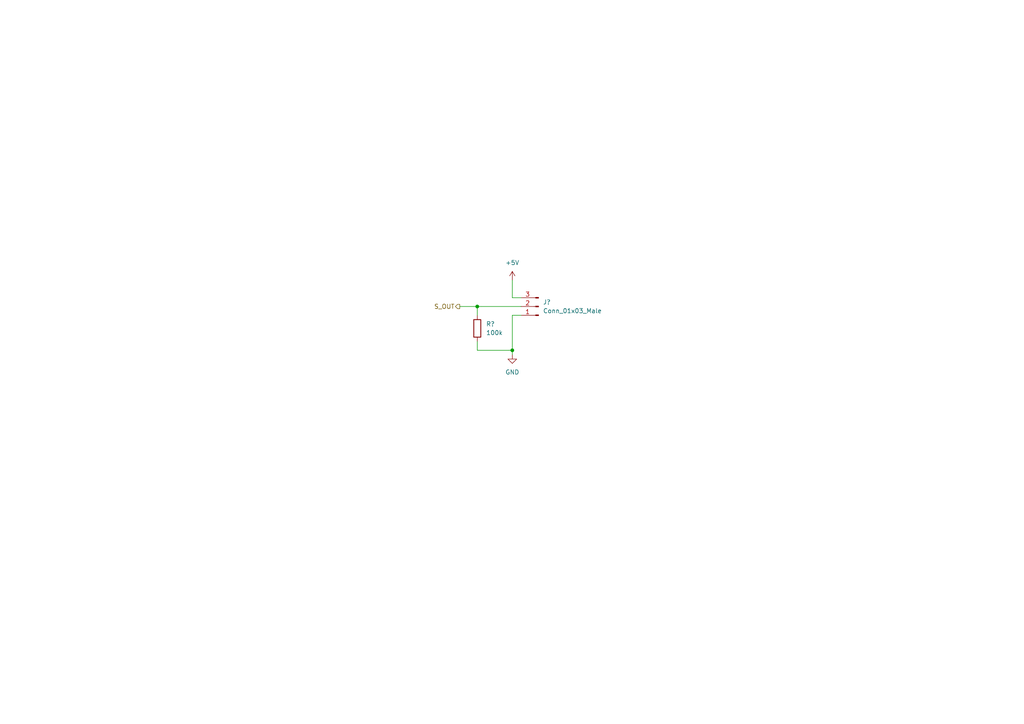
<source format=kicad_sch>
(kicad_sch (version 20211123) (generator eeschema)

  (uuid 3c09b8de-30ff-471c-9c06-d20185dc4957)

  (paper "A4")

  (lib_symbols
    (symbol "Connector:Conn_01x03_Male" (pin_names (offset 1.016) hide) (in_bom yes) (on_board yes)
      (property "Reference" "J" (id 0) (at 0 5.08 0)
        (effects (font (size 1.27 1.27)))
      )
      (property "Value" "Conn_01x03_Male" (id 1) (at 0 -5.08 0)
        (effects (font (size 1.27 1.27)))
      )
      (property "Footprint" "" (id 2) (at 0 0 0)
        (effects (font (size 1.27 1.27)) hide)
      )
      (property "Datasheet" "~" (id 3) (at 0 0 0)
        (effects (font (size 1.27 1.27)) hide)
      )
      (property "ki_keywords" "connector" (id 4) (at 0 0 0)
        (effects (font (size 1.27 1.27)) hide)
      )
      (property "ki_description" "Generic connector, single row, 01x03, script generated (kicad-library-utils/schlib/autogen/connector/)" (id 5) (at 0 0 0)
        (effects (font (size 1.27 1.27)) hide)
      )
      (property "ki_fp_filters" "Connector*:*_1x??_*" (id 6) (at 0 0 0)
        (effects (font (size 1.27 1.27)) hide)
      )
      (symbol "Conn_01x03_Male_1_1"
        (polyline
          (pts
            (xy 1.27 -2.54)
            (xy 0.8636 -2.54)
          )
          (stroke (width 0.1524) (type default) (color 0 0 0 0))
          (fill (type none))
        )
        (polyline
          (pts
            (xy 1.27 0)
            (xy 0.8636 0)
          )
          (stroke (width 0.1524) (type default) (color 0 0 0 0))
          (fill (type none))
        )
        (polyline
          (pts
            (xy 1.27 2.54)
            (xy 0.8636 2.54)
          )
          (stroke (width 0.1524) (type default) (color 0 0 0 0))
          (fill (type none))
        )
        (rectangle (start 0.8636 -2.413) (end 0 -2.667)
          (stroke (width 0.1524) (type default) (color 0 0 0 0))
          (fill (type outline))
        )
        (rectangle (start 0.8636 0.127) (end 0 -0.127)
          (stroke (width 0.1524) (type default) (color 0 0 0 0))
          (fill (type outline))
        )
        (rectangle (start 0.8636 2.667) (end 0 2.413)
          (stroke (width 0.1524) (type default) (color 0 0 0 0))
          (fill (type outline))
        )
        (pin passive line (at 5.08 2.54 180) (length 3.81)
          (name "Pin_1" (effects (font (size 1.27 1.27))))
          (number "1" (effects (font (size 1.27 1.27))))
        )
        (pin passive line (at 5.08 0 180) (length 3.81)
          (name "Pin_2" (effects (font (size 1.27 1.27))))
          (number "2" (effects (font (size 1.27 1.27))))
        )
        (pin passive line (at 5.08 -2.54 180) (length 3.81)
          (name "Pin_3" (effects (font (size 1.27 1.27))))
          (number "3" (effects (font (size 1.27 1.27))))
        )
      )
    )
    (symbol "Device:R" (pin_numbers hide) (pin_names (offset 0)) (in_bom yes) (on_board yes)
      (property "Reference" "R" (id 0) (at 2.032 0 90)
        (effects (font (size 1.27 1.27)))
      )
      (property "Value" "R" (id 1) (at 0 0 90)
        (effects (font (size 1.27 1.27)))
      )
      (property "Footprint" "" (id 2) (at -1.778 0 90)
        (effects (font (size 1.27 1.27)) hide)
      )
      (property "Datasheet" "~" (id 3) (at 0 0 0)
        (effects (font (size 1.27 1.27)) hide)
      )
      (property "ki_keywords" "R res resistor" (id 4) (at 0 0 0)
        (effects (font (size 1.27 1.27)) hide)
      )
      (property "ki_description" "Resistor" (id 5) (at 0 0 0)
        (effects (font (size 1.27 1.27)) hide)
      )
      (property "ki_fp_filters" "R_*" (id 6) (at 0 0 0)
        (effects (font (size 1.27 1.27)) hide)
      )
      (symbol "R_0_1"
        (rectangle (start -1.016 -2.54) (end 1.016 2.54)
          (stroke (width 0.254) (type default) (color 0 0 0 0))
          (fill (type none))
        )
      )
      (symbol "R_1_1"
        (pin passive line (at 0 3.81 270) (length 1.27)
          (name "~" (effects (font (size 1.27 1.27))))
          (number "1" (effects (font (size 1.27 1.27))))
        )
        (pin passive line (at 0 -3.81 90) (length 1.27)
          (name "~" (effects (font (size 1.27 1.27))))
          (number "2" (effects (font (size 1.27 1.27))))
        )
      )
    )
    (symbol "power:+5V" (power) (pin_names (offset 0)) (in_bom yes) (on_board yes)
      (property "Reference" "#PWR" (id 0) (at 0 -3.81 0)
        (effects (font (size 1.27 1.27)) hide)
      )
      (property "Value" "+5V" (id 1) (at 0 3.556 0)
        (effects (font (size 1.27 1.27)))
      )
      (property "Footprint" "" (id 2) (at 0 0 0)
        (effects (font (size 1.27 1.27)) hide)
      )
      (property "Datasheet" "" (id 3) (at 0 0 0)
        (effects (font (size 1.27 1.27)) hide)
      )
      (property "ki_keywords" "power-flag" (id 4) (at 0 0 0)
        (effects (font (size 1.27 1.27)) hide)
      )
      (property "ki_description" "Power symbol creates a global label with name \"+5V\"" (id 5) (at 0 0 0)
        (effects (font (size 1.27 1.27)) hide)
      )
      (symbol "+5V_0_1"
        (polyline
          (pts
            (xy -0.762 1.27)
            (xy 0 2.54)
          )
          (stroke (width 0) (type default) (color 0 0 0 0))
          (fill (type none))
        )
        (polyline
          (pts
            (xy 0 0)
            (xy 0 2.54)
          )
          (stroke (width 0) (type default) (color 0 0 0 0))
          (fill (type none))
        )
        (polyline
          (pts
            (xy 0 2.54)
            (xy 0.762 1.27)
          )
          (stroke (width 0) (type default) (color 0 0 0 0))
          (fill (type none))
        )
      )
      (symbol "+5V_1_1"
        (pin power_in line (at 0 0 90) (length 0) hide
          (name "+5V" (effects (font (size 1.27 1.27))))
          (number "1" (effects (font (size 1.27 1.27))))
        )
      )
    )
    (symbol "power:GND" (power) (pin_names (offset 0)) (in_bom yes) (on_board yes)
      (property "Reference" "#PWR" (id 0) (at 0 -6.35 0)
        (effects (font (size 1.27 1.27)) hide)
      )
      (property "Value" "GND" (id 1) (at 0 -3.81 0)
        (effects (font (size 1.27 1.27)))
      )
      (property "Footprint" "" (id 2) (at 0 0 0)
        (effects (font (size 1.27 1.27)) hide)
      )
      (property "Datasheet" "" (id 3) (at 0 0 0)
        (effects (font (size 1.27 1.27)) hide)
      )
      (property "ki_keywords" "power-flag" (id 4) (at 0 0 0)
        (effects (font (size 1.27 1.27)) hide)
      )
      (property "ki_description" "Power symbol creates a global label with name \"GND\" , ground" (id 5) (at 0 0 0)
        (effects (font (size 1.27 1.27)) hide)
      )
      (symbol "GND_0_1"
        (polyline
          (pts
            (xy 0 0)
            (xy 0 -1.27)
            (xy 1.27 -1.27)
            (xy 0 -2.54)
            (xy -1.27 -1.27)
            (xy 0 -1.27)
          )
          (stroke (width 0) (type default) (color 0 0 0 0))
          (fill (type none))
        )
      )
      (symbol "GND_1_1"
        (pin power_in line (at 0 0 270) (length 0) hide
          (name "GND" (effects (font (size 1.27 1.27))))
          (number "1" (effects (font (size 1.27 1.27))))
        )
      )
    )
  )

  (junction (at 138.43 88.9) (diameter 0) (color 0 0 0 0)
    (uuid 31cfa003-7c3d-455e-b2a6-dc425086b718)
  )
  (junction (at 148.59 101.6) (diameter 0) (color 0 0 0 0)
    (uuid 80a42214-4166-4489-b7e6-aea8f9beded8)
  )

  (wire (pts (xy 151.13 91.44) (xy 148.59 91.44))
    (stroke (width 0) (type default) (color 0 0 0 0))
    (uuid 34d030fe-ddc8-4412-bb9e-bb4f0fe473fb)
  )
  (wire (pts (xy 138.43 99.06) (xy 138.43 101.6))
    (stroke (width 0) (type default) (color 0 0 0 0))
    (uuid 3d5f440a-a508-4366-b834-0412f949dcb2)
  )
  (wire (pts (xy 148.59 101.6) (xy 148.59 102.87))
    (stroke (width 0) (type default) (color 0 0 0 0))
    (uuid 6fd73835-a6ee-4c27-b926-fcd8b1b6843f)
  )
  (wire (pts (xy 133.35 88.9) (xy 138.43 88.9))
    (stroke (width 0) (type default) (color 0 0 0 0))
    (uuid 8384b77c-5c1e-430b-aa16-ba28f03b80dd)
  )
  (wire (pts (xy 138.43 88.9) (xy 151.13 88.9))
    (stroke (width 0) (type default) (color 0 0 0 0))
    (uuid 8ed0a46b-590c-46d9-9e8d-f8422bedd0c3)
  )
  (wire (pts (xy 148.59 81.28) (xy 148.59 86.36))
    (stroke (width 0) (type default) (color 0 0 0 0))
    (uuid a71b9004-02b3-4062-8e21-1acd79e79997)
  )
  (wire (pts (xy 148.59 91.44) (xy 148.59 101.6))
    (stroke (width 0) (type default) (color 0 0 0 0))
    (uuid c225bcf7-fdac-46bd-ac2d-9a0f964e4475)
  )
  (wire (pts (xy 148.59 86.36) (xy 151.13 86.36))
    (stroke (width 0) (type default) (color 0 0 0 0))
    (uuid d7cd5404-b240-42a1-a22b-570ff2ef89cb)
  )
  (wire (pts (xy 138.43 101.6) (xy 148.59 101.6))
    (stroke (width 0) (type default) (color 0 0 0 0))
    (uuid f81d0437-0009-4107-9cad-9538ccf2e581)
  )
  (wire (pts (xy 138.43 88.9) (xy 138.43 91.44))
    (stroke (width 0) (type default) (color 0 0 0 0))
    (uuid fe2c3538-298b-4017-9ad7-8581d8365a7c)
  )

  (hierarchical_label "S_OUT" (shape output) (at 133.35 88.9 180)
    (effects (font (size 1.27 1.27)) (justify right))
    (uuid 4c629791-c8c2-44c0-af0e-bf2c1ab54d77)
  )

  (symbol (lib_id "Device:R") (at 138.43 95.25 0) (unit 1)
    (in_bom yes) (on_board yes) (fields_autoplaced)
    (uuid 483a6339-023f-4380-b088-f4c15b1dfb16)
    (property "Reference" "R?" (id 0) (at 140.97 93.9799 0)
      (effects (font (size 1.27 1.27)) (justify left))
    )
    (property "Value" "100k" (id 1) (at 140.97 96.5199 0)
      (effects (font (size 1.27 1.27)) (justify left))
    )
    (property "Footprint" "Resistor_SMD:R_0805_2012Metric" (id 2) (at 136.652 95.25 90)
      (effects (font (size 1.27 1.27)) hide)
    )
    (property "Datasheet" "~" (id 3) (at 138.43 95.25 0)
      (effects (font (size 1.27 1.27)) hide)
    )
    (pin "1" (uuid 69880f28-ab45-46bf-8eb3-43b3ebe24ef8))
    (pin "2" (uuid 1d49bc96-6bac-483d-bb94-9e634401b92e))
  )

  (symbol (lib_id "power:GND") (at 148.59 102.87 0) (unit 1)
    (in_bom yes) (on_board yes) (fields_autoplaced)
    (uuid 48bef4dd-ed57-41aa-8bfb-d20dd2f1a8f2)
    (property "Reference" "#PWR?" (id 0) (at 148.59 109.22 0)
      (effects (font (size 1.27 1.27)) hide)
    )
    (property "Value" "GND" (id 1) (at 148.59 107.95 0))
    (property "Footprint" "" (id 2) (at 148.59 102.87 0)
      (effects (font (size 1.27 1.27)) hide)
    )
    (property "Datasheet" "" (id 3) (at 148.59 102.87 0)
      (effects (font (size 1.27 1.27)) hide)
    )
    (pin "1" (uuid 1da5986a-549e-4ec2-8aac-85694eed65c6))
  )

  (symbol (lib_id "power:+5V") (at 148.59 81.28 0) (unit 1)
    (in_bom yes) (on_board yes) (fields_autoplaced)
    (uuid 7cdebfb6-ee5d-4f3c-93f2-162bb3ad0c00)
    (property "Reference" "#PWR?" (id 0) (at 148.59 85.09 0)
      (effects (font (size 1.27 1.27)) hide)
    )
    (property "Value" "+5V" (id 1) (at 148.59 76.2 0))
    (property "Footprint" "" (id 2) (at 148.59 81.28 0)
      (effects (font (size 1.27 1.27)) hide)
    )
    (property "Datasheet" "" (id 3) (at 148.59 81.28 0)
      (effects (font (size 1.27 1.27)) hide)
    )
    (pin "1" (uuid d78fe806-9cec-4b9a-ad03-8b62bbb2dc45))
  )

  (symbol (lib_id "Connector:Conn_01x03_Male") (at 156.21 88.9 180) (unit 1)
    (in_bom yes) (on_board yes) (fields_autoplaced)
    (uuid b30beb01-612e-4638-8ee9-9492c30366f2)
    (property "Reference" "J?" (id 0) (at 157.48 87.6299 0)
      (effects (font (size 1.27 1.27)) (justify right))
    )
    (property "Value" "Conn_01x03_Male" (id 1) (at 157.48 90.1699 0)
      (effects (font (size 1.27 1.27)) (justify right))
    )
    (property "Footprint" "Connector_PinHeader_2.54mm:PinHeader_1x03_P2.54mm_Vertical" (id 2) (at 156.21 88.9 0)
      (effects (font (size 1.27 1.27)) hide)
    )
    (property "Datasheet" "~" (id 3) (at 156.21 88.9 0)
      (effects (font (size 1.27 1.27)) hide)
    )
    (pin "1" (uuid fbc0e15e-cb5a-471c-a0b1-f00d6e636b87))
    (pin "2" (uuid 3d3457eb-8c2e-4b2d-8d1d-bf0a1e688e98))
    (pin "3" (uuid 01e4734d-9fe8-47bb-b373-cd192511dc59))
  )
)

</source>
